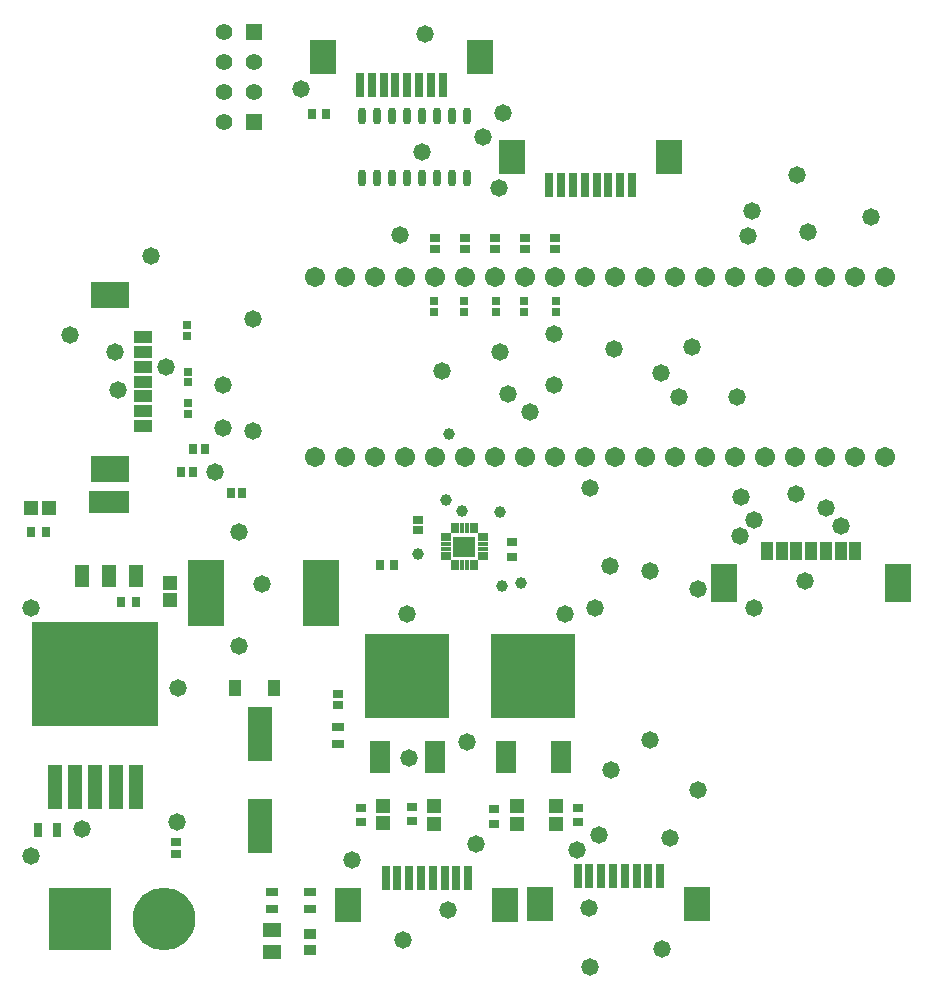
<source format=gts>
G04*
G04 #@! TF.GenerationSoftware,Altium Limited,Altium Designer,19.1.5 (86)*
G04*
G04 Layer_Color=8388736*
%FSLAX44Y44*%
%MOMM*%
G71*
G01*
G75*
%ADD49R,0.8032X2.1032*%
%ADD50R,2.3032X3.0032*%
%ADD51R,0.8232X0.8032*%
%ADD52R,1.1032X0.9032*%
%ADD53R,1.1532X1.2532*%
%ADD54R,0.7232X0.9232*%
%ADD55R,0.7532X0.6532*%
%ADD56O,0.7532X1.4532*%
%ADD57R,0.9232X0.7232*%
%ADD58R,1.2532X1.1532*%
%ADD59R,1.0032X0.8032*%
%ADD60R,0.7432X1.1432*%
%ADD61R,1.0032X0.8032*%
%ADD62R,1.6032X1.2532*%
%ADD63R,1.1132X1.4232*%
%ADD64R,0.7532X0.8532*%
%ADD65R,1.1532X1.8532*%
%ADD66R,3.4532X1.8532*%
%ADD67R,1.0032X1.5032*%
%ADD68R,2.3032X3.2032*%
%ADD69R,10.7032X8.8032*%
%ADD70R,1.3032X3.7032*%
%ADD71R,0.8532X0.7532*%
%ADD72R,2.1032X4.6032*%
%ADD73R,3.1032X5.6032*%
%ADD74R,1.7032X2.7032*%
%ADD75R,7.2032X7.2032*%
%ADD76R,1.9032X1.7432*%
%ADD77O,0.4032X0.9032*%
%ADD78O,0.9032X0.4032*%
%ADD79R,3.2032X2.3032*%
%ADD80R,1.5032X1.0032*%
%ADD81R,1.3652X1.3652*%
%ADD82C,1.4034*%
%ADD83C,5.3032*%
%ADD84R,5.3032X5.3032*%
%ADD85C,1.7032*%
%ADD86C,1.4732*%
%ADD87C,1.0028*%
D49*
X292536Y759264D02*
D03*
X302536D02*
D03*
X312536D02*
D03*
X322536D02*
D03*
X332536D02*
D03*
X342536D02*
D03*
X352536D02*
D03*
X362536D02*
D03*
X546810Y89220D02*
D03*
X536810D02*
D03*
X526810D02*
D03*
X516810D02*
D03*
X506810D02*
D03*
X496810D02*
D03*
X486810D02*
D03*
X476810D02*
D03*
X384250Y87950D02*
D03*
X374250D02*
D03*
X364250D02*
D03*
X354250D02*
D03*
X344250D02*
D03*
X334250D02*
D03*
X324250D02*
D03*
X314250D02*
D03*
X522949Y674239D02*
D03*
X512949D02*
D03*
X502949D02*
D03*
X492949D02*
D03*
X482949D02*
D03*
X472949D02*
D03*
X462949D02*
D03*
X452949D02*
D03*
D50*
X261036Y782764D02*
D03*
X394036D02*
D03*
X578310Y65720D02*
D03*
X445310D02*
D03*
X415750Y64450D02*
D03*
X282750D02*
D03*
X554449Y697739D02*
D03*
X421449D02*
D03*
D51*
X342000Y381960D02*
D03*
Y391160D02*
D03*
D52*
X250190Y40640D02*
D03*
Y26640D02*
D03*
D53*
X28840Y401320D02*
D03*
X14340D02*
D03*
D54*
X14320Y381000D02*
D03*
X26320D02*
D03*
X251686Y734184D02*
D03*
X263686D02*
D03*
X102520Y321310D02*
D03*
X90520D02*
D03*
X309310Y353060D02*
D03*
X321310D02*
D03*
D55*
X458470Y576000D02*
D03*
Y567000D02*
D03*
X431800Y576000D02*
D03*
Y567000D02*
D03*
X407670Y576000D02*
D03*
Y567000D02*
D03*
X381000Y576000D02*
D03*
Y567000D02*
D03*
X355600Y576000D02*
D03*
Y567000D02*
D03*
X146050Y546680D02*
D03*
Y555680D02*
D03*
X147320Y489640D02*
D03*
Y480640D02*
D03*
Y507310D02*
D03*
Y516310D02*
D03*
D56*
X294516Y679994D02*
D03*
X307216D02*
D03*
X319916D02*
D03*
X332616D02*
D03*
X345316D02*
D03*
X358016D02*
D03*
X370716D02*
D03*
X383416D02*
D03*
X294516Y732494D02*
D03*
X307216D02*
D03*
X319916D02*
D03*
X332616D02*
D03*
X345316D02*
D03*
X358016D02*
D03*
X370716D02*
D03*
X383416D02*
D03*
D57*
X477520Y146970D02*
D03*
Y134970D02*
D03*
X406400Y145700D02*
D03*
Y133700D02*
D03*
X336550Y147830D02*
D03*
Y135830D02*
D03*
X421640Y371760D02*
D03*
Y359760D02*
D03*
X293370Y134970D02*
D03*
Y146970D02*
D03*
D58*
X458470Y133720D02*
D03*
Y148220D02*
D03*
X425450Y133720D02*
D03*
Y148220D02*
D03*
X355600Y133720D02*
D03*
Y148220D02*
D03*
X312420Y134090D02*
D03*
Y148590D02*
D03*
X132080Y337450D02*
D03*
Y322950D02*
D03*
D59*
X274320Y201030D02*
D03*
Y215530D02*
D03*
D60*
X19940Y128270D02*
D03*
X35940D02*
D03*
D61*
X250190Y61330D02*
D03*
Y75830D02*
D03*
X218440Y61330D02*
D03*
Y75830D02*
D03*
D62*
X218440Y43790D02*
D03*
Y24790D02*
D03*
D63*
X186850Y248920D02*
D03*
X219550D02*
D03*
D64*
X151210Y450850D02*
D03*
X161210D02*
D03*
X193040Y414020D02*
D03*
X183040D02*
D03*
X151130Y431800D02*
D03*
X141130D02*
D03*
D65*
X57010Y343150D02*
D03*
X80010D02*
D03*
X103010D02*
D03*
D66*
X80010Y406150D02*
D03*
D67*
X637070Y364490D02*
D03*
X649570D02*
D03*
X662070D02*
D03*
X674570D02*
D03*
X687070D02*
D03*
X699570D02*
D03*
X712070D02*
D03*
D68*
X601070Y336990D02*
D03*
X748070D02*
D03*
D69*
X68580Y260350D02*
D03*
D70*
X102580Y164850D02*
D03*
X85580D02*
D03*
X68580D02*
D03*
X51580D02*
D03*
X34580D02*
D03*
D71*
X137160Y118030D02*
D03*
Y108030D02*
D03*
X355693Y619840D02*
D03*
Y629840D02*
D03*
X381293Y619840D02*
D03*
Y629840D02*
D03*
X406693Y619840D02*
D03*
Y629840D02*
D03*
X432093Y619840D02*
D03*
Y629840D02*
D03*
X457493Y619840D02*
D03*
Y629840D02*
D03*
X274320Y233760D02*
D03*
Y243760D02*
D03*
D72*
X208280Y132080D02*
D03*
Y209580D02*
D03*
D73*
X162320Y328930D02*
D03*
X259320D02*
D03*
D74*
X309740Y189780D02*
D03*
X355740D02*
D03*
X416420Y190080D02*
D03*
X462420D02*
D03*
D75*
X332740Y258780D02*
D03*
X439420Y259080D02*
D03*
D76*
X381000Y368300D02*
D03*
D77*
X371000Y383620D02*
D03*
X375000D02*
D03*
X379000D02*
D03*
X383000D02*
D03*
X387000D02*
D03*
X391000D02*
D03*
Y352980D02*
D03*
X387000D02*
D03*
X383000D02*
D03*
X379000D02*
D03*
X375000D02*
D03*
X371000D02*
D03*
D78*
X396320Y378300D02*
D03*
Y374300D02*
D03*
Y370300D02*
D03*
Y366300D02*
D03*
Y362300D02*
D03*
Y358300D02*
D03*
X365680D02*
D03*
Y362300D02*
D03*
Y366300D02*
D03*
Y370300D02*
D03*
Y374300D02*
D03*
Y378300D02*
D03*
D79*
X81133Y434310D02*
D03*
Y581310D02*
D03*
D80*
X108633Y470310D02*
D03*
Y482810D02*
D03*
Y495310D02*
D03*
Y507810D02*
D03*
Y520310D02*
D03*
Y532810D02*
D03*
Y545310D02*
D03*
D81*
X203200Y727710D02*
D03*
Y803910D02*
D03*
D82*
Y753110D02*
D03*
Y778510D02*
D03*
X177800D02*
D03*
Y753110D02*
D03*
Y727710D02*
D03*
Y803910D02*
D03*
D83*
X127000Y53340D02*
D03*
D84*
X55370D02*
D03*
D85*
X482893Y444500D02*
D03*
X457493D02*
D03*
X432093D02*
D03*
X381293D02*
D03*
X406693D02*
D03*
X355693D02*
D03*
X330493D02*
D03*
X305093D02*
D03*
X279693D02*
D03*
X254293D02*
D03*
Y596900D02*
D03*
X279693D02*
D03*
X305093D02*
D03*
X330493D02*
D03*
X355693D02*
D03*
X406693D02*
D03*
X381293D02*
D03*
X432093D02*
D03*
X457493D02*
D03*
X482893D02*
D03*
X508293Y444500D02*
D03*
X533693D02*
D03*
X559093D02*
D03*
X584493D02*
D03*
X609893D02*
D03*
X660693D02*
D03*
X635293D02*
D03*
X686093D02*
D03*
X711493D02*
D03*
X736893D02*
D03*
Y596900D02*
D03*
X711493D02*
D03*
X686093D02*
D03*
X635293D02*
D03*
X660693D02*
D03*
X609693D02*
D03*
X584493D02*
D03*
X559093D02*
D03*
X533693D02*
D03*
X508293D02*
D03*
D86*
X491490Y316230D02*
D03*
X505460Y179070D02*
D03*
X538480Y347980D02*
D03*
Y204470D02*
D03*
X554990Y121920D02*
D03*
X487680Y12700D02*
D03*
X476250Y111760D02*
D03*
X495300Y124460D02*
D03*
X383540Y203200D02*
D03*
X328930Y35560D02*
D03*
X347980Y802640D02*
D03*
X508000Y535940D02*
D03*
X624840Y652780D02*
D03*
X662940Y683260D02*
D03*
X725170Y647700D02*
D03*
X671970Y634860D02*
D03*
X326390Y632460D02*
D03*
X621030Y631190D02*
D03*
X396522Y715292D02*
D03*
X345440Y702310D02*
D03*
X410210Y671830D02*
D03*
X414020Y735330D02*
D03*
X574040Y537210D02*
D03*
X201676Y560578D02*
D03*
X548640Y27940D02*
D03*
X486410Y62230D02*
D03*
X457200Y548640D02*
D03*
X137795Y135255D02*
D03*
X190500Y284480D02*
D03*
Y381000D02*
D03*
X170180Y431800D02*
D03*
X209550Y336550D02*
D03*
X138430Y248920D02*
D03*
X57150Y129540D02*
D03*
X391160Y116840D02*
D03*
X285750Y102870D02*
D03*
X334010Y189230D02*
D03*
X332740Y311150D02*
D03*
X669290Y339090D02*
D03*
X115570Y614680D02*
D03*
X46990Y547370D02*
D03*
X626110Y316230D02*
D03*
X87919Y500900D02*
D03*
X85090Y533400D02*
D03*
X367030Y60960D02*
D03*
X687070Y401320D02*
D03*
X699770Y386080D02*
D03*
X614774Y410116D02*
D03*
X626110Y391160D02*
D03*
X614680Y377190D02*
D03*
X436880Y482600D02*
D03*
X457200Y505460D02*
D03*
X411480Y533400D02*
D03*
X361950Y516890D02*
D03*
X13970Y106680D02*
D03*
X661670Y412750D02*
D03*
X128270Y520700D02*
D03*
X612140Y495300D02*
D03*
X579120Y332740D02*
D03*
Y162560D02*
D03*
X466090Y311150D02*
D03*
X504190Y351790D02*
D03*
X562610Y495300D02*
D03*
X487680Y417830D02*
D03*
X13970Y316230D02*
D03*
X242446Y755774D02*
D03*
X201930Y466090D02*
D03*
X176530Y468630D02*
D03*
Y505460D02*
D03*
X417830Y497840D02*
D03*
X547370Y515620D02*
D03*
D87*
X379214Y398264D02*
D03*
X365760Y407670D02*
D03*
X412750Y335280D02*
D03*
X411480Y397510D02*
D03*
X341630Y361950D02*
D03*
X429260Y337820D02*
D03*
X368300Y463550D02*
D03*
M02*

</source>
